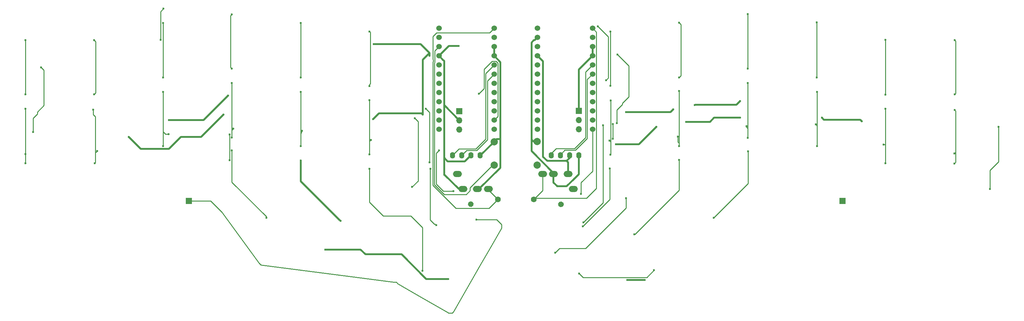
<source format=gtl>
G04 #@! TF.GenerationSoftware,KiCad,Pcbnew,5.1.9*
G04 #@! TF.CreationDate,2021-04-07T10:26:00-06:00*
G04 #@! TF.ProjectId,corne-cherry,636f726e-652d-4636-9865-7272792e6b69,3.0.1*
G04 #@! TF.SameCoordinates,Original*
G04 #@! TF.FileFunction,Copper,L1,Top*
G04 #@! TF.FilePolarity,Positive*
%FSLAX46Y46*%
G04 Gerber Fmt 4.6, Leading zero omitted, Abs format (unit mm)*
G04 Created by KiCad (PCBNEW 5.1.9) date 2021-04-07 10:26:00*
%MOMM*%
%LPD*%
G01*
G04 APERTURE LIST*
G04 #@! TA.AperFunction,ComponentPad*
%ADD10R,1.700000X1.700000*%
G04 #@! TD*
G04 #@! TA.AperFunction,ComponentPad*
%ADD11C,1.600000*%
G04 #@! TD*
G04 #@! TA.AperFunction,ComponentPad*
%ADD12C,1.524000*%
G04 #@! TD*
G04 #@! TA.AperFunction,ComponentPad*
%ADD13O,1.700000X1.700000*%
G04 #@! TD*
G04 #@! TA.AperFunction,ComponentPad*
%ADD14C,2.000000*%
G04 #@! TD*
G04 #@! TA.AperFunction,ComponentPad*
%ADD15O,1.397000X1.778000*%
G04 #@! TD*
G04 #@! TA.AperFunction,ComponentPad*
%ADD16O,2.500000X1.700000*%
G04 #@! TD*
G04 #@! TA.AperFunction,ViaPad*
%ADD17C,0.600000*%
G04 #@! TD*
G04 #@! TA.AperFunction,Conductor*
%ADD18C,0.250000*%
G04 #@! TD*
G04 #@! TA.AperFunction,Conductor*
%ADD19C,0.508000*%
G04 #@! TD*
G04 #@! TA.AperFunction,Conductor*
%ADD20C,0.500000*%
G04 #@! TD*
G04 #@! TA.AperFunction,Conductor*
%ADD21C,0.254000*%
G04 #@! TD*
G04 APERTURE END LIST*
D10*
X238614500Y-79625000D03*
X58107500Y-79630000D03*
G04 #@! TA.AperFunction,ComponentPad*
G36*
G01*
X160073889Y-80454280D02*
X160073889Y-80454280D01*
G75*
G02*
X161000654Y-79805353I787846J-138919D01*
G01*
X161000654Y-79805353D01*
G75*
G02*
X161649581Y-80732118I-138919J-787846D01*
G01*
X161649581Y-80732118D01*
G75*
G02*
X160722816Y-81381045I-787846J138919D01*
G01*
X160722816Y-81381045D01*
G75*
G02*
X160073889Y-80454280I138919J787846D01*
G01*
G37*
G04 #@! TD.AperFunction*
D11*
X153357500Y-79270000D03*
G04 #@! TA.AperFunction,ComponentPad*
G36*
G01*
X136771111Y-80414280D02*
X136771111Y-80414280D01*
G75*
G02*
X136122184Y-81341045I-787846J-138919D01*
G01*
X136122184Y-81341045D01*
G75*
G02*
X135195419Y-80692118I-138919J787846D01*
G01*
X135195419Y-80692118D01*
G75*
G02*
X135844346Y-79765353I787846J138919D01*
G01*
X135844346Y-79765353D01*
G75*
G02*
X136771111Y-80414280I138919J-787846D01*
G01*
G37*
G04 #@! TD.AperFunction*
X143487500Y-79230000D03*
D12*
X154378900Y-31912000D03*
X154378900Y-34452000D03*
X154378900Y-36992000D03*
X154378900Y-39532000D03*
X154378900Y-42072000D03*
X154378900Y-44612000D03*
X154378900Y-47152000D03*
X154378900Y-49692000D03*
X154378900Y-52232000D03*
X154378900Y-54772000D03*
X154378900Y-57312000D03*
X154378900Y-59852000D03*
X169598900Y-59852000D03*
X169598900Y-57312000D03*
X169598900Y-54772000D03*
X169598900Y-52232000D03*
X169598900Y-49692000D03*
X169598900Y-47152000D03*
X169598900Y-44612000D03*
X169598900Y-42072000D03*
X169598900Y-39532000D03*
X169598900Y-36992000D03*
X169598900Y-34452000D03*
X169598900Y-31912000D03*
D13*
X165797500Y-59880000D03*
X165797500Y-57340000D03*
D10*
X165797500Y-54800000D03*
D13*
X132837500Y-59940000D03*
X132837500Y-57400000D03*
D10*
X132837500Y-54860000D03*
D12*
X127203900Y-31942000D03*
X127203900Y-34482000D03*
X127203900Y-37022000D03*
X127203900Y-39562000D03*
X127203900Y-42102000D03*
X127203900Y-44642000D03*
X127203900Y-47182000D03*
X127203900Y-49722000D03*
X127203900Y-52262000D03*
X127203900Y-54802000D03*
X127203900Y-57342000D03*
X127203900Y-59882000D03*
X142423900Y-59882000D03*
X142423900Y-57342000D03*
X142423900Y-54802000D03*
X142423900Y-52262000D03*
X142423900Y-49722000D03*
X142423900Y-47182000D03*
X142423900Y-44642000D03*
X142423900Y-42102000D03*
X142423900Y-39562000D03*
X142423900Y-37022000D03*
X142423900Y-34482000D03*
X142423900Y-31942000D03*
D14*
X154304500Y-63272000D03*
X154304500Y-69772000D03*
X142424500Y-63281000D03*
X142424500Y-69781000D03*
D15*
X165797500Y-67020000D03*
X163257500Y-67020000D03*
X160717500Y-67020000D03*
X158177500Y-67020000D03*
X138568500Y-67028000D03*
X136028500Y-67028000D03*
X133488500Y-67028000D03*
X130948500Y-67028000D03*
D16*
X164337500Y-76370000D03*
X162837500Y-72170000D03*
X158837500Y-72170000D03*
X155837500Y-72170000D03*
X132334500Y-72192000D03*
X133834500Y-76392000D03*
X137834500Y-76392000D03*
X140834500Y-76392000D03*
D17*
X50307500Y-35105000D03*
X51107500Y-26505000D03*
X123607500Y-54205000D03*
X124607500Y-69005000D03*
X69382500Y-61305000D03*
X69382500Y-68405000D03*
X126493737Y-86382353D03*
X124807500Y-70805000D03*
X52619500Y-57270000D03*
X68939000Y-50539000D03*
X95799500Y-93084000D03*
X129772000Y-101212000D03*
X124556500Y-39562000D03*
X109210700Y-36340400D03*
X41501490Y-61944010D03*
X67669000Y-55809500D03*
X109007500Y-57079500D03*
X128627500Y-72337000D03*
X122723500Y-55809500D03*
X132670600Y-36820000D03*
X13007500Y-35205000D03*
X13007500Y-50205000D03*
X13007500Y-54205000D03*
X13007500Y-69205000D03*
X13007500Y-66705000D03*
X32007500Y-35205000D03*
X32107500Y-69205000D03*
X31707500Y-54405000D03*
X31964840Y-50194907D03*
X32796949Y-65894449D03*
X51007500Y-30505000D03*
X51007500Y-45505000D03*
X51007500Y-49505000D03*
X51007500Y-64505000D03*
X52577078Y-61174578D03*
X70007500Y-28105000D03*
X70007500Y-43105000D03*
X70007500Y-47105000D03*
X70007500Y-62105000D03*
X70407500Y-59705000D03*
X70007500Y-65705000D03*
X79507500Y-84305000D03*
X89007500Y-30505000D03*
X89007500Y-45505000D03*
X89007500Y-49505000D03*
X89007500Y-64505000D03*
X89407500Y-60305000D03*
X89007500Y-68505000D03*
X100007500Y-85205000D03*
X108007500Y-32805000D03*
X108007500Y-47905000D03*
X108007500Y-51805000D03*
X108007500Y-66805000D03*
X108407504Y-62805000D03*
X108007500Y-70805000D03*
X122607500Y-99005000D03*
X127232000Y-65652000D03*
X131169000Y-76955000D03*
X173357500Y-46265000D03*
X171063762Y-31389024D03*
X175232500Y-58415010D03*
X175232500Y-62500000D03*
X172537500Y-58715000D03*
X167110558Y-85628058D03*
X166411500Y-77717000D03*
X269607500Y-35205000D03*
X269507500Y-69305000D03*
X269617500Y-54555000D03*
X269592510Y-50205000D03*
X269547500Y-66550000D03*
X250507500Y-35105000D03*
X250507500Y-50305000D03*
X250507500Y-54205000D03*
X250507500Y-69205000D03*
X249997500Y-64100010D03*
X231507500Y-30305000D03*
X231507500Y-45505000D03*
X231607500Y-49505000D03*
X231607500Y-64505000D03*
X231234449Y-58513051D03*
X212507500Y-28005000D03*
X212507500Y-43105000D03*
X212507500Y-47105000D03*
X212507500Y-62205000D03*
X203087500Y-84335000D03*
X212557500Y-65985000D03*
X212107500Y-59020000D03*
X193507500Y-30405000D03*
X193507500Y-45505000D03*
X193507500Y-49305000D03*
X193507500Y-64505000D03*
X193517500Y-68325000D03*
X181187500Y-88895000D03*
X193137500Y-61875000D03*
X174507500Y-32805000D03*
X174507500Y-47805000D03*
X174607500Y-51905000D03*
X174507500Y-66905000D03*
X174417500Y-70675000D03*
X166887500Y-86675000D03*
X174297500Y-63015000D03*
X179238500Y-101466000D03*
X184064500Y-101466000D03*
X176046298Y-64001000D03*
X187239500Y-59175000D03*
X195494500Y-57778000D03*
X210353500Y-56635000D03*
X232959500Y-56635000D03*
X244008500Y-57651000D03*
X159924500Y-75625000D03*
X164530000Y-73549500D03*
X178864500Y-55118000D03*
X191938500Y-54349000D03*
X197864500Y-53122000D03*
X210353500Y-52063000D03*
X137582500Y-84829000D03*
X17357500Y-42709000D03*
X15154500Y-60572000D03*
X119795500Y-75805000D03*
X120564500Y-56825500D03*
X176475500Y-39205000D03*
X176317500Y-58159000D03*
X159299500Y-93973000D03*
X178857500Y-78860000D03*
X165903070Y-99687570D03*
X186604500Y-98799000D03*
X279364500Y-76370000D03*
X281727500Y-59175000D03*
X138204800Y-50018300D03*
D18*
X50307500Y-27305000D02*
X51107500Y-26505000D01*
X50307500Y-35105000D02*
X50307500Y-27305000D01*
X124607500Y-55205000D02*
X124607500Y-69005000D01*
X123607500Y-54205000D02*
X124607500Y-55205000D01*
X69382500Y-61305000D02*
X69382500Y-68405000D01*
X126193738Y-86082354D02*
X125984854Y-86082354D01*
X126493737Y-86382353D02*
X126193738Y-86082354D01*
X124782499Y-70830001D02*
X124807500Y-70805000D01*
X124782499Y-84879999D02*
X124782499Y-70830001D01*
X125984854Y-86082354D02*
X124782499Y-84879999D01*
D19*
X142423900Y-37022000D02*
X142423900Y-39562000D01*
X144134500Y-41272600D02*
X144134500Y-62571000D01*
X142423900Y-39562000D02*
X144134500Y-41272600D01*
X138677500Y-67028000D02*
X138568500Y-67028000D01*
X142424500Y-63281000D02*
X138677500Y-67028000D01*
X143134500Y-62571000D02*
X142424500Y-63281000D01*
X144134500Y-62571000D02*
X143134500Y-62571000D01*
X138302500Y-76392000D02*
X138568500Y-76658000D01*
X138256500Y-76392000D02*
X138302500Y-76392000D01*
X144134500Y-70514000D02*
X138256500Y-76392000D01*
X144134500Y-62571000D02*
X144134500Y-70514000D01*
X52619500Y-57270000D02*
X62208000Y-57270000D01*
X62208000Y-57270000D02*
X68939000Y-50539000D01*
X68939000Y-50539000D02*
X68939000Y-50539000D01*
X116906766Y-94420188D02*
X123698578Y-101212000D01*
X106916766Y-94420188D02*
X116906766Y-94420188D01*
X123698578Y-101212000D02*
X129772000Y-101212000D01*
X129772000Y-101212000D02*
X129772000Y-101212000D01*
X105580578Y-93084000D02*
X95799500Y-93084000D01*
X106916766Y-94420188D02*
X105580578Y-93084000D01*
X128419901Y-40778001D02*
X128468501Y-40778001D01*
X128468501Y-40778001D02*
X128627500Y-40937000D01*
X127203900Y-39562000D02*
X128419901Y-40778001D01*
X132682500Y-76392000D02*
X128627500Y-72337000D01*
X128627500Y-72337000D02*
X128627500Y-67737000D01*
X133834500Y-76392000D02*
X132682500Y-76392000D01*
X134326500Y-68730000D02*
X136028500Y-67028000D01*
X129620500Y-68730000D02*
X134326500Y-68730000D01*
X128627500Y-67737000D02*
X129620500Y-68730000D01*
X128627500Y-64450000D02*
X128627500Y-67737000D01*
X128627500Y-53020000D02*
X128627500Y-55010000D01*
X128627500Y-40937000D02*
X128627500Y-53020000D01*
D20*
X128627500Y-53190000D02*
X128627500Y-53020000D01*
X132837500Y-57400000D02*
X128627500Y-53190000D01*
D19*
X124556500Y-38757600D02*
X124556500Y-39562000D01*
X122139300Y-36340400D02*
X124556500Y-38757600D01*
X109210700Y-36340400D02*
X109210700Y-36340400D01*
X109210700Y-36340400D02*
X122139300Y-36340400D01*
D18*
X128627500Y-60405400D02*
X128627500Y-60408400D01*
D19*
X128627500Y-55010000D02*
X128627500Y-60405400D01*
X128627500Y-60405400D02*
X128627500Y-64450000D01*
X55899579Y-61995999D02*
X61482501Y-61995999D01*
X52636577Y-65259001D02*
X55899579Y-61995999D01*
X41501490Y-61944010D02*
X44816481Y-65259001D01*
X61482501Y-61995999D02*
X67669000Y-55809500D01*
X67669000Y-55809500D02*
X67669000Y-55809500D01*
X122723500Y-40590600D02*
X124556500Y-38757600D01*
X122723500Y-55809500D02*
X122723500Y-55809500D01*
X44816481Y-65259001D02*
X52636577Y-65259001D01*
X128627500Y-72337000D02*
X128627500Y-72337000D01*
X122723500Y-55809500D02*
X122723500Y-40590600D01*
X122354990Y-55440990D02*
X122723500Y-55809500D01*
X110646010Y-55440990D02*
X122354990Y-55440990D01*
X109007500Y-57079500D02*
X110646010Y-55440990D01*
X129945900Y-36820000D02*
X127203900Y-39562000D01*
X132670600Y-36820000D02*
X129945900Y-36820000D01*
D18*
X13007500Y-35205000D02*
X13007500Y-50205000D01*
X13007500Y-54205000D02*
X13007500Y-57305000D01*
X13007500Y-66705000D02*
X13007500Y-69205000D01*
X13007500Y-57305000D02*
X13007500Y-66705000D01*
X32307500Y-69005000D02*
X32107500Y-69205000D01*
X31707500Y-55805000D02*
X32307500Y-56405000D01*
X31707500Y-54405000D02*
X31707500Y-55805000D01*
X32264839Y-49894908D02*
X31964840Y-50194907D01*
X32007500Y-35205000D02*
X32407500Y-35605000D01*
X32407500Y-35605000D02*
X32407500Y-49752247D01*
X32407500Y-49752247D02*
X32264839Y-49894908D01*
X32307500Y-66205000D02*
X32307500Y-69005000D01*
X32307500Y-56405000D02*
X32307500Y-66205000D01*
X32486398Y-66205000D02*
X32496950Y-66194448D01*
X32496950Y-66194448D02*
X32796949Y-65894449D01*
X32307500Y-66205000D02*
X32486398Y-66205000D01*
X51007500Y-30505000D02*
X51007500Y-45505000D01*
X51007500Y-49505000D02*
X51007500Y-60505000D01*
X51007500Y-60505000D02*
X51007500Y-64505000D01*
X51007500Y-60505000D02*
X51677078Y-61174578D01*
X52152814Y-61174578D02*
X52577078Y-61174578D01*
X51677078Y-61174578D02*
X52152814Y-61174578D01*
X70107501Y-60004999D02*
X70407500Y-59705000D01*
X70007500Y-60005000D02*
X70107501Y-60004999D01*
X70007500Y-47105000D02*
X70007500Y-60005000D01*
X70007500Y-60005000D02*
X70007500Y-62105000D01*
X70007500Y-74505000D02*
X79507500Y-84005000D01*
X79507500Y-84005000D02*
X79507500Y-84305000D01*
X70007500Y-65705000D02*
X70007500Y-74505000D01*
X70007500Y-28105000D02*
X69682488Y-28430012D01*
X69682488Y-42779988D02*
X69707501Y-42805001D01*
X69682488Y-28430012D02*
X69682488Y-42779988D01*
X69707501Y-42805001D02*
X70007500Y-43105000D01*
X89007500Y-30505000D02*
X89007500Y-45505000D01*
X89007500Y-62305000D02*
X89007500Y-64505000D01*
X89007500Y-49505000D02*
X89007500Y-62305000D01*
X89007500Y-61105000D02*
X89007500Y-62305000D01*
X89407500Y-60305000D02*
X89007500Y-61105000D01*
D20*
X99707501Y-84905001D02*
X100007500Y-85205000D01*
X89007500Y-68505000D02*
X89007500Y-74205000D01*
X89007500Y-74205000D02*
X99707501Y-84905001D01*
D18*
X108007500Y-51805000D02*
X108007500Y-66805000D01*
D21*
X108107505Y-63104999D02*
X108407504Y-62805000D01*
X108007500Y-63105000D02*
X108107505Y-63104999D01*
D18*
X111807500Y-83805000D02*
X119407500Y-83805000D01*
X119407500Y-83805000D02*
X122607500Y-87005000D01*
X108007500Y-80005000D02*
X111807500Y-83805000D01*
X122607500Y-87005000D02*
X122607500Y-99005000D01*
X108007500Y-70805000D02*
X108007500Y-80005000D01*
X108007500Y-47480736D02*
X108007500Y-47905000D01*
X108237500Y-33035000D02*
X108237500Y-47250736D01*
X108007500Y-32805000D02*
X108237500Y-33035000D01*
X108237500Y-47250736D02*
X108007500Y-47480736D01*
X126440523Y-74995701D02*
X128399822Y-76955000D01*
X126440523Y-66443477D02*
X126440523Y-74995701D01*
X127232000Y-65652000D02*
X126440523Y-66443477D01*
X128399822Y-76955000D02*
X131169000Y-76955000D01*
X131169000Y-76955000D02*
X131169000Y-76955000D01*
D21*
X125534502Y-34193998D02*
X125534502Y-40554028D01*
X125534502Y-40554028D02*
X125584512Y-40604038D01*
X125534502Y-41255972D02*
X125534502Y-75370986D01*
X125534502Y-75370986D02*
X128463516Y-78300000D01*
X126514500Y-33214000D02*
X125534502Y-34193998D01*
X141157500Y-33210000D02*
X142425500Y-31942000D01*
X125584512Y-40604038D02*
X125584512Y-41205962D01*
X125584512Y-41205962D02*
X125534502Y-41255972D01*
X134711500Y-33214000D02*
X126514500Y-33214000D01*
X141155900Y-33214000D02*
X134711500Y-33214000D01*
D18*
X140834500Y-76577000D02*
X143487500Y-79230000D01*
X140834500Y-76392000D02*
X140834500Y-76577000D01*
X131841716Y-81678200D02*
X128463516Y-78300000D01*
X141039300Y-81678200D02*
X131841716Y-81678200D01*
X143487500Y-79230000D02*
X141039300Y-81678200D01*
D21*
X135807500Y-76040000D02*
X142066500Y-69781000D01*
X135807500Y-76819968D02*
X135807500Y-76040000D01*
X125988513Y-41444029D02*
X125988513Y-75182929D01*
X134787468Y-77840000D02*
X135807500Y-76819968D01*
X125988513Y-75182929D02*
X128645584Y-77840000D01*
X142066500Y-69781000D02*
X142424500Y-69781000D01*
X126038522Y-41394020D02*
X125988513Y-41444029D01*
X128645584Y-77840000D02*
X134787468Y-77840000D01*
X126038522Y-38187378D02*
X126038522Y-41394020D01*
X127203900Y-37022000D02*
X126038522Y-38187378D01*
X134186999Y-66329501D02*
X133488500Y-67028000D01*
X142423900Y-44642000D02*
X140558511Y-46507389D01*
X134808489Y-65708011D02*
X134186999Y-66329501D01*
X140558510Y-62742058D02*
X137592557Y-65708011D01*
X137592557Y-65708011D02*
X134808489Y-65708011D01*
X140558511Y-46507389D02*
X140558510Y-62742058D01*
X137404500Y-65254000D02*
X132704500Y-65254000D01*
X132704500Y-65254000D02*
X130948500Y-67010000D01*
X140104500Y-44421400D02*
X140104500Y-62554000D01*
X140104500Y-62554000D02*
X137404500Y-65254000D01*
X130948500Y-67010000D02*
X130948500Y-67028000D01*
X142423900Y-42102000D02*
X140104500Y-44421400D01*
D18*
X173982501Y-34307763D02*
X171063762Y-31389024D01*
X173982501Y-45639999D02*
X173982501Y-34307763D01*
X173357500Y-46265000D02*
X173982501Y-45639999D01*
X175232500Y-58415010D02*
X175232500Y-62500000D01*
X172537500Y-80201116D02*
X167110558Y-85628058D01*
X172537500Y-58715000D02*
X172537500Y-80201116D01*
D21*
X155837500Y-72170000D02*
X155837500Y-73170000D01*
X170646488Y-76198944D02*
X167954443Y-78890989D01*
X170646488Y-60155982D02*
X170646488Y-76198944D01*
X170687901Y-60114569D02*
X170646488Y-60155982D01*
X170687901Y-35537001D02*
X170687901Y-60114569D01*
X155837500Y-73760000D02*
X155837500Y-72170000D01*
D18*
X170687901Y-33001001D02*
X169598900Y-31912000D01*
X170687901Y-35537001D02*
X170687901Y-33001001D01*
X169577500Y-31890600D02*
X169598900Y-31912000D01*
X155837500Y-76790000D02*
X153357500Y-79270000D01*
X155837500Y-73760000D02*
X155837500Y-76790000D01*
X153736511Y-78890989D02*
X153357500Y-79270000D01*
X167954443Y-78890989D02*
X153736511Y-78890989D01*
D21*
X169603900Y-42073000D02*
X167674500Y-44002400D01*
X158039500Y-66680000D02*
X158039500Y-67015000D01*
X164648511Y-65170989D02*
X159548511Y-65170989D01*
X167674500Y-44002400D02*
X167674500Y-62145000D01*
X159548511Y-65170989D02*
X158039500Y-66680000D01*
X167674500Y-62145000D02*
X164648511Y-65170989D01*
X161969500Y-65625000D02*
X160579500Y-67015000D01*
X168128511Y-46088389D02*
X168128511Y-62390989D01*
X164894500Y-65625000D02*
X161969500Y-65625000D01*
X169603900Y-44613000D02*
X168128511Y-46088389D01*
X168128511Y-62390989D02*
X164894500Y-65625000D01*
D18*
X169598900Y-71406598D02*
X166411500Y-74593998D01*
X169598900Y-59852000D02*
X169598900Y-71406598D01*
X166411500Y-74593998D02*
X166411500Y-77717000D01*
X166411500Y-77717000D02*
X166411500Y-77717000D01*
D21*
X154057500Y-70019000D02*
X154304500Y-69772000D01*
D18*
X269907500Y-68905000D02*
X269507500Y-69305000D01*
X269897500Y-64485000D02*
X269907500Y-68905000D01*
X269897500Y-64485000D02*
X269917499Y-64465001D01*
X269917499Y-64465001D02*
X269917499Y-54854999D01*
X269917499Y-54854999D02*
X269617500Y-54555000D01*
X269607500Y-35205000D02*
X269907500Y-35505000D01*
X269907500Y-35505000D02*
X269907500Y-49890010D01*
X269907500Y-49890010D02*
X269892509Y-49905001D01*
X269892509Y-49905001D02*
X269592510Y-50205000D01*
X269899204Y-66198296D02*
X269547500Y-66550000D01*
X269899204Y-64486704D02*
X269899204Y-66198296D01*
X269897500Y-64485000D02*
X269899204Y-64486704D01*
X250507500Y-35105000D02*
X250507500Y-50305000D01*
X250507500Y-64185746D02*
X250421764Y-64100010D01*
X250507500Y-64335000D02*
X250507500Y-64185746D01*
X250421764Y-64100010D02*
X249997500Y-64100010D01*
X250507500Y-54205000D02*
X250507500Y-64335000D01*
X250507500Y-64335000D02*
X250507500Y-69205000D01*
X231507500Y-30305000D02*
X231507500Y-45505000D01*
X231607500Y-49505000D02*
X231607500Y-59795000D01*
X231607500Y-59795000D02*
X231607500Y-64505000D01*
X231607500Y-58886102D02*
X231534448Y-58813050D01*
X231607500Y-59795000D02*
X231607500Y-58886102D01*
X231534448Y-58813050D02*
X231234449Y-58513051D01*
X212507500Y-28005000D02*
X212507500Y-43105000D01*
X212507500Y-62005000D02*
X212507500Y-62205000D01*
X212557500Y-74865000D02*
X212557500Y-65985000D01*
X203087500Y-84335000D02*
X212557500Y-74865000D01*
X212507500Y-47105000D02*
X212507500Y-60295000D01*
X212507500Y-60295000D02*
X212507500Y-62005000D01*
X212107500Y-59240000D02*
X212107500Y-59020000D01*
X212507500Y-59640000D02*
X212107500Y-59240000D01*
X212507500Y-60295000D02*
X212507500Y-59640000D01*
X194007500Y-45005000D02*
X193507500Y-45505000D01*
X194007500Y-30905000D02*
X194007500Y-45005000D01*
X193507500Y-30405000D02*
X194007500Y-30905000D01*
X181287500Y-88895000D02*
X181187500Y-88895000D01*
X193517500Y-76665000D02*
X181287500Y-88895000D01*
X193517500Y-68325000D02*
X193517500Y-76665000D01*
X193507500Y-49305000D02*
X193507500Y-63715000D01*
X193507500Y-63715000D02*
X193507500Y-64505000D01*
X193137500Y-63345000D02*
X193137500Y-62299264D01*
X193507500Y-63715000D02*
X193137500Y-63345000D01*
X193137500Y-62299264D02*
X193137500Y-61875000D01*
X174507500Y-32805000D02*
X174507500Y-47805000D01*
X174607500Y-66805000D02*
X174507500Y-66905000D01*
X174417500Y-70675000D02*
X174417500Y-79205000D01*
X166947500Y-86675000D02*
X166887500Y-86675000D01*
X174417500Y-79205000D02*
X166947500Y-86675000D01*
X174607500Y-51905000D02*
X174607500Y-64475000D01*
X174607500Y-64475000D02*
X174607500Y-66805000D01*
X174607500Y-63295000D02*
X174327500Y-63015000D01*
X174327500Y-63015000D02*
X174297500Y-63015000D01*
X174607500Y-64475000D02*
X174607500Y-63295000D01*
D20*
X163214500Y-67015000D02*
X163119500Y-67015000D01*
X163244500Y-67045000D02*
X163214500Y-67015000D01*
X162469500Y-68600000D02*
X163244500Y-67825000D01*
X163244500Y-67825000D02*
X163244500Y-67045000D01*
X162837500Y-68968000D02*
X162837500Y-72170000D01*
X162469500Y-68600000D02*
X162837500Y-68968000D01*
X161534500Y-68600000D02*
X162469500Y-68600000D01*
X159047500Y-68610000D02*
X159057500Y-68600000D01*
X157097500Y-68610000D02*
X159047500Y-68610000D01*
X159057500Y-68600000D02*
X161534500Y-68600000D01*
X154383900Y-39533000D02*
X155917500Y-41066600D01*
X155917500Y-67430000D02*
X157097500Y-68610000D01*
X155917500Y-41066600D02*
X155917500Y-67430000D01*
D19*
X179238500Y-101466000D02*
X184064500Y-101466000D01*
X184064500Y-101466000D02*
X184064500Y-101466000D01*
X176046298Y-64001000D02*
X182413500Y-64001000D01*
X182413500Y-64001000D02*
X187239500Y-59175000D01*
X187239500Y-59175000D02*
X187239500Y-59175000D01*
X202038419Y-57778000D02*
X203181419Y-56635000D01*
X195494500Y-57778000D02*
X202038419Y-57778000D01*
X203181419Y-56635000D02*
X210353500Y-56635000D01*
X210353500Y-56635000D02*
X210353500Y-56635000D01*
X233513510Y-57189010D02*
X243546510Y-57189010D01*
X232959500Y-56635000D02*
X233513510Y-57189010D01*
X243546510Y-57189010D02*
X244008500Y-57651000D01*
X244008500Y-57651000D02*
X244008500Y-57651000D01*
X152784500Y-35845000D02*
X152784500Y-62752000D01*
X153414501Y-35214999D02*
X152784500Y-35845000D01*
X153621901Y-35214999D02*
X153414501Y-35214999D01*
X154383900Y-34453000D02*
X153621901Y-35214999D01*
D20*
X169603900Y-36993000D02*
X169603900Y-39533000D01*
X165689500Y-67045000D02*
X165784500Y-67045000D01*
X165659500Y-67015000D02*
X165689500Y-67045000D01*
D19*
X153304500Y-63272000D02*
X154304500Y-63272000D01*
X152784500Y-62752000D02*
X153304500Y-63272000D01*
X158837500Y-72170000D02*
X158837500Y-73170000D01*
X158837500Y-71948000D02*
X158837500Y-72170000D01*
X152784500Y-65895000D02*
X158837500Y-71948000D01*
X152784500Y-62752000D02*
X152784500Y-65895000D01*
D20*
X158837500Y-74520000D02*
X158837500Y-73170000D01*
X158837500Y-74538000D02*
X158837500Y-74520000D01*
X159924500Y-75625000D02*
X159924500Y-75625000D01*
X165784500Y-72295000D02*
X164530000Y-73549500D01*
X162454500Y-75625000D02*
X159924500Y-75625000D01*
X165784500Y-67045000D02*
X165784500Y-72295000D01*
X165797500Y-43333400D02*
X169598900Y-39532000D01*
X165797500Y-54800000D02*
X165797500Y-43333400D01*
X159924500Y-75625000D02*
X158837500Y-74538000D01*
X164530000Y-73549500D02*
X162454500Y-75625000D01*
D19*
X178864500Y-55118000D02*
X191169500Y-55118000D01*
X191169500Y-55118000D02*
X191938500Y-54349000D01*
X191938500Y-54349000D02*
X191938500Y-54349000D01*
X197925510Y-53060990D02*
X209355510Y-53060990D01*
X197864500Y-53122000D02*
X197925510Y-53060990D01*
X209355510Y-53060990D02*
X210353500Y-52063000D01*
X210353500Y-52063000D02*
X210353500Y-52063000D01*
D18*
X115436695Y-102116695D02*
X114660593Y-102116695D01*
X129771105Y-110562447D02*
X121063503Y-105530000D01*
X121063503Y-105530000D02*
X115819012Y-102499012D01*
X129854629Y-110610000D02*
X129771105Y-110562447D01*
X115819012Y-102499012D02*
X115436695Y-102116695D01*
X130820736Y-110610000D02*
X129854629Y-110610000D01*
X131157787Y-110272949D02*
X130820736Y-110610000D01*
X138408000Y-97701935D02*
X131157787Y-110272949D01*
X138408000Y-97701935D02*
X141324836Y-92644484D01*
X144410629Y-87272607D02*
X144467798Y-87110059D01*
X144329610Y-87434560D02*
X144410629Y-87272607D01*
X141324836Y-92644484D02*
X144329610Y-87434560D01*
X144467798Y-87110059D02*
X144467798Y-86189798D01*
X144467798Y-86189798D02*
X143107000Y-84829000D01*
X143107000Y-84829000D02*
X137582500Y-84829000D01*
X137582500Y-84829000D02*
X137582500Y-84829000D01*
X102347858Y-100516593D02*
X114660367Y-102118298D01*
X78051621Y-97355953D02*
X102347858Y-100516593D01*
X67283573Y-82773967D02*
X77556703Y-96861035D01*
X77556703Y-96861035D02*
X78051621Y-97355953D01*
X64139606Y-79630000D02*
X67283573Y-82773967D01*
X58107500Y-79630000D02*
X64139606Y-79630000D01*
X16302501Y-55069997D02*
X16302501Y-55613999D01*
X18122501Y-53249997D02*
X16302501Y-55069997D01*
X18122501Y-43474001D02*
X18122501Y-53249997D01*
X17357500Y-42709000D02*
X18122501Y-43474001D01*
X16302501Y-55613999D02*
X15154500Y-56762000D01*
X15154500Y-56762000D02*
X15154500Y-60572000D01*
X15154500Y-60572000D02*
X15154500Y-60572000D01*
X121462501Y-74137999D02*
X121462501Y-57723501D01*
X119795500Y-75805000D02*
X121462501Y-74137999D01*
X121462501Y-57723501D02*
X120564500Y-56825500D01*
X120564500Y-56825500D02*
X120564500Y-56825500D01*
X177809501Y-52689997D02*
X177809501Y-52983999D01*
X179629501Y-42359001D02*
X179629501Y-50869997D01*
X179629501Y-50869997D02*
X177809501Y-52689997D01*
X176475500Y-39205000D02*
X179629501Y-42359001D01*
X177809501Y-52983999D02*
X176317500Y-54476000D01*
X176317500Y-54476000D02*
X176317500Y-58159000D01*
X176317500Y-58159000D02*
X176317500Y-58159000D01*
X167665651Y-92774999D02*
X178857500Y-81583150D01*
X160497501Y-92774999D02*
X167665651Y-92774999D01*
X159299500Y-93973000D02*
X160497501Y-92774999D01*
X178857500Y-81583150D02*
X178857500Y-78860000D01*
X178857500Y-78860000D02*
X178857500Y-78860000D01*
X167039910Y-100824410D02*
X184579090Y-100824410D01*
X165903070Y-99687570D02*
X167039910Y-100824410D01*
X184579090Y-100824410D02*
X186604500Y-98799000D01*
X186604500Y-98799000D02*
X186604500Y-98799000D01*
X279364500Y-71186002D02*
X281727500Y-68823002D01*
X279364500Y-76370000D02*
X279364500Y-71186002D01*
X281727500Y-68823002D02*
X281727500Y-59175000D01*
X281727500Y-59175000D02*
X281727500Y-59175000D01*
X138204800Y-50018300D02*
X138204800Y-50018300D01*
X143510901Y-41580239D02*
X143510901Y-56254999D01*
X142945661Y-41014999D02*
X143510901Y-41580239D01*
X143510901Y-56254999D02*
X142423900Y-57342000D01*
X141902139Y-41014999D02*
X142945661Y-41014999D01*
X139652490Y-43264648D02*
X141902139Y-41014999D01*
X139652490Y-48570610D02*
X139652490Y-43264648D01*
X138204800Y-50018300D02*
X139652490Y-48570610D01*
M02*

</source>
